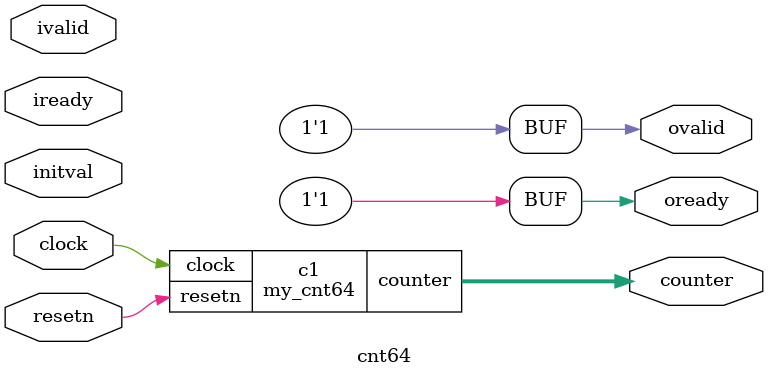
<source format=v>
module my_cnt64(input clock,
                input resetn,
                output reg [63:0] counter);

   always @ (posedge clock)
     begin
	if (!resetn)
	  counter <= 0;
	else
	  counter <= counter + 1;
     end
endmodule

module cnt64(
            input 	  clock,
            input 	  resetn,
            input 	  ivalid,
            input 	  iready,
            output 	  ovalid,
            output 	  oready,
            input [63:0]  initval, // dummy. no input does not work
            output [63:0] counter);

   assign ovalid = 1'b1;
   assign oready = 1'b1;
   
   my_cnt64 c1(clock, resetn, counter);

endmodule // cnt64

</source>
